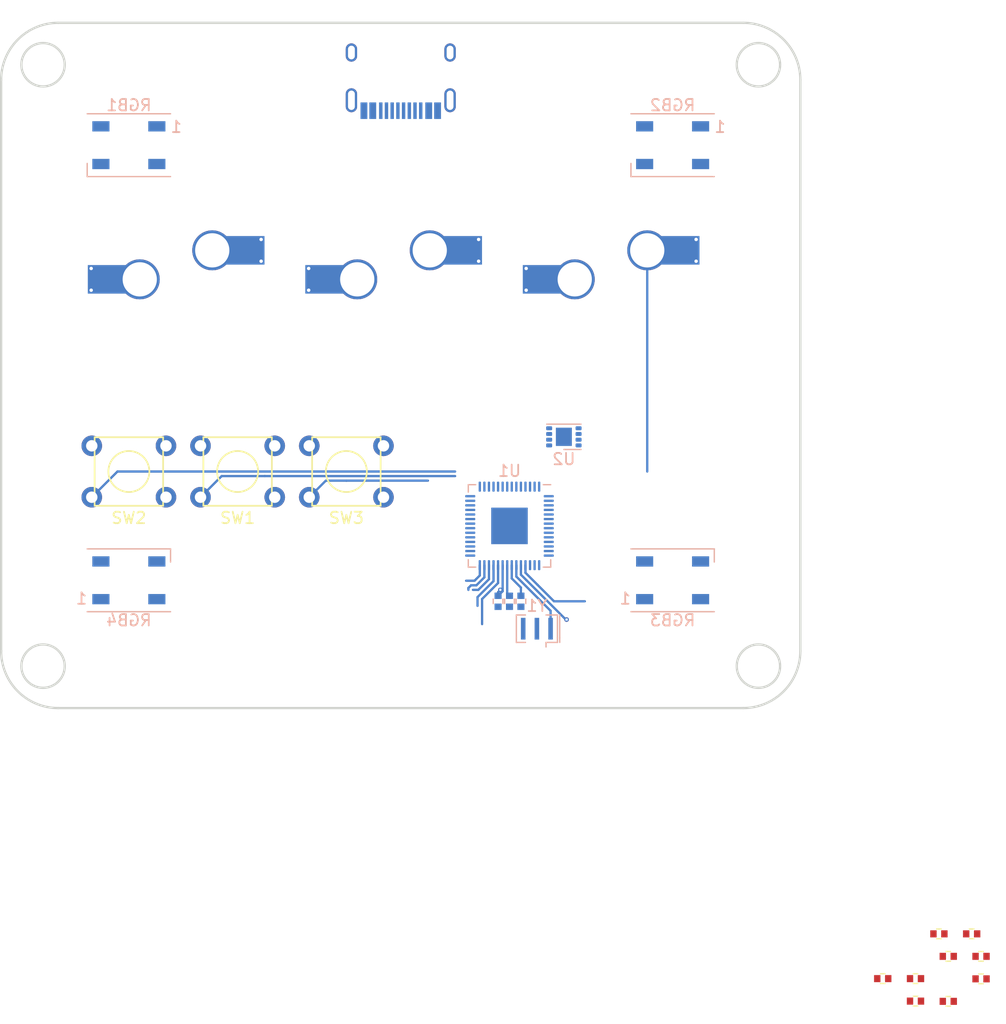
<source format=kicad_pcb>
(kicad_pcb (version 20211014) (generator pcbnew)
  (layers (0 "F.Cu" signal) (31 "B.Cu" signal) (34 "B.Paste" user) (35 "F.Paste" user) (36 "B.SilkS" user "B.Silkscreen") (37 "F.SilkS" user "F.Silkscreen") (38 "B.Mask" user) (39 "F.Mask" user) (44 "Edge.Cuts" user))
  (net 0 "")
  (net 6 "unconnected-(MX3-Pad2)")
  (net 21 "Net-(RGB1-Pad2)")
  (net 25 "Net-(RGB2-Pad2)")
  (net 28 "Net-(RGB3-Pad2)")
  (net 34 "unconnected-(SW1-Pad2)")
  (net 38 "unconnected-(SW2-Pad2)")
  (net 42 "unconnected-(SW3-Pad2)")
  (net 45 "+3V3")
  (net 61 "unconnected-(U1-Pad18)")
  (net 62 "GND")
  (net 63 "Net-(U1-Pad20)")
  (net 64 "Net-(U1-Pad21)")
  (net 65 "+1V1")
  (net 66 "unconnected-(U1-Pad24)")
  (net 67 "unconnected-(U1-Pad25)")
  (net 68 "unconnected-(U1-Pad26)")
  (net 69 "unconnected-(U1-Pad27)")
  (net 70 "unconnected-(U1-Pad28)")
  (net 83 "D-")
  (net 84 "D+")
  (net 99 "Net-(R1-Pad1)")
  (footprint "sanproject-keyboard-part-v6:C_0402" (layer "F.Cu") (at 174.57625 128.45875)
    (fp_text reference "C2")
    (fp_text value "1uF")
    (fp_line (start -0.2 0.425) (end 0.2 0.425) (layer "F.SilkS") (width 0.12))
    (fp_line (start -0.2 -0.425) (end 0.2 -0.425) (layer "F.SilkS") (width 0.12))
    (pad "1" smd rect locked (at -0.48 0) (size 0.56 0.62) (layers "F.Cu" "F.Paste" "F.Mask") (net 65 "+1V1"))
    (pad "2" smd rect locked (at 0.48 0) (size 0.56 0.62) (layers "F.Cu" "F.Paste" "F.Mask") (net 62 "GND"))
  )
  (footprint "sanproject-keyboard-part-v6:C_0402" (layer "F.Cu") (at 170.88625 124.51875)
    (fp_text reference "C8")
    (fp_text value "0.1uF")
    (fp_line (start -0.2 -0.425) (end 0.2 -0.425) (layer "F.SilkS") (width 0.12))
    (fp_line (start -0.2 0.425) (end 0.2 0.425) (layer "F.SilkS") (width 0.12))
    (pad "1" smd rect locked (at -0.48 0) (size 0.56 0.62) (layers "F.Cu" "F.Paste" "F.Mask") (net 45 "+3V3"))
    (pad "2" smd rect locked (at 0.48 0) (size 0.56 0.62) (layers "F.Cu" "F.Paste" "F.Mask") (net 62 "GND"))
  )
  (footprint "sanproject-keyboard-part-v6:C_0402" (layer "F.Cu") (at 171.70625 130.42875)
    (fp_text reference "C5")
    (fp_text value "0.1uF")
    (fp_line (start -0.2 -0.425) (end 0.2 -0.425) (layer "F.SilkS") (width 0.12))
    (fp_line (start -0.2 0.425) (end 0.2 0.425) (layer "F.SilkS") (width 0.12))
    (pad "1" smd rect locked (at -0.48 0) (size 0.56 0.62) (layers "F.Cu" "F.Paste" "F.Mask") (net 45 "+3V3"))
    (pad "2" smd rect locked (at 0.48 0) (size 0.56 0.62) (layers "F.Cu" "F.Paste" "F.Mask") (net 62 "GND"))
  )
  (footprint "sanproject-keyboard-part-v6:C_0402" (layer "F.Cu") (at 165.96625 128.43875)
    (fp_text reference "C3")
    (fp_text value "0.1uF")
    (fp_line (start -0.2 -0.425) (end 0.2 -0.425) (layer "F.SilkS") (width 0.12))
    (fp_line (start -0.2 0.425) (end 0.2 0.425) (layer "F.SilkS") (width 0.12))
    (pad "1" smd rect locked (at -0.48 0) (size 0.56 0.62) (layers "F.Cu" "F.Paste" "F.Mask") (net 45 "+3V3"))
    (pad "2" smd rect locked (at 0.48 0) (size 0.56 0.62) (layers "F.Cu" "F.Paste" "F.Mask") (net 62 "GND"))
  )
  (footprint "sanproject-keyboard-part-v6:C_0402" (layer "F.Cu") (at 174.57625 126.48875)
    (fp_text reference "C9")
    (fp_text value "0.1uF")
    (fp_line (start -0.2 0.425) (end 0.2 0.425) (layer "F.SilkS") (width 0.12))
    (fp_line (start -0.2 -0.425) (end 0.2 -0.425) (layer "F.SilkS") (width 0.12))
    (pad "1" smd rect locked (at -0.48 0) (size 0.56 0.62) (layers "F.Cu" "F.Paste" "F.Mask") (net 45 "+3V3"))
    (pad "2" smd rect locked (at 0.48 0) (size 0.56 0.62) (layers "F.Cu" "F.Paste" "F.Mask") (net 62 "GND"))
  )
  (footprint "sanproject-keyboard-part-v6:C_0402" (layer "F.Cu") (at 168.83625 128.43875)
    (fp_text reference "C10")
    (fp_text value "0.1uF")
    (fp_line (start -0.2 0.425) (end 0.2 0.425) (layer "F.SilkS") (width 0.12))
    (fp_line (start -0.2 -0.425) (end 0.2 -0.425) (layer "F.SilkS") (width 0.12))
    (pad "1" smd rect locked (at -0.48 0) (size 0.56 0.62) (layers "F.Cu" "F.Paste" "F.Mask") (net 45 "+3V3"))
    (pad "2" smd rect locked (at 0.48 0) (size 0.56 0.62) (layers "F.Cu" "F.Paste" "F.Mask") (net 62 "GND"))
  )
  (footprint "MX_Only_v4:MXOnly-1U-Hotswap-Sawns" (layer "F.Cu") (at 142.8 69.75)
    (fp_text reference "MX3")
    (fp_text value "1U")
    (pad "" np_thru_hole circle locked (at 5.08 0 48.0996) (size 1.75 1.75) (drill 1.75) (layers *.Cu *.Mask))
    (pad "" np_thru_hole circle locked (at -5.08 0 48.0996) (size 1.75 1.75) (drill 1.75) (layers *.Cu *.Mask))
    (pad "" np_thru_hole circle locked (at 0 0) (size 3.9878 3.9878) (drill 3.9878) (layers *.Cu *.Mask))
    (pad "1" thru_hole circle locked (at -8.0645 -1.5875) (size 0.5 0.5) (drill 0.3) (layers *.Cu *.Mask))
    (pad "1" thru_hole circle locked (at -3.81 -2.54) (size 3.5 3.5) (drill 3) (layers *.Cu *.Mask))
    (pad "1" smd rect locked (at -6.45 -2.54) (size 3.82 2.5) (layers "B.Cu"))
    (pad "1" thru_hole circle locked (at -8.0645 -3.4925) (size 0.5 0.5) (drill 0.3) (layers *.Cu *.Mask))
    (pad "2" smd rect locked (at 5.207 -5.08) (size 3.82 2.5) (layers "B.Cu") (net 6 "unconnected-(MX3-Pad2)"))
    (pad "2" thru_hole circle locked (at 6.8215 -6.0325) (size 0.5 0.5) (drill 0.3) (layers *.Cu *.Mask) (net 6 "unconnected-(MX3-Pad2)"))
    (pad "2" thru_hole circle locked (at 6.8215 -4.1275) (size 0.5 0.5) (drill 0.3) (layers *.Cu *.Mask) (net 6 "unconnected-(MX3-Pad2)"))
    (pad "2" thru_hole circle locked (at 2.54 -5.08) (size 3.5 3.5) (drill 3) (layers *.Cu *.Mask) (net 6 "unconnected-(MX3-Pad2)"))
  )
  (footprint "sanproject-keyboard-part-v6:C_0402" (layer "F.Cu") (at 168.83625 130.40875)
    (fp_text reference "C7")
    (fp_text value "0.1uF")
    (fp_line (start -0.2 -0.425) (end 0.2 -0.425) (layer "F.SilkS") (width 0.12))
    (fp_line (start -0.2 0.425) (end 0.2 0.425) (layer "F.SilkS") (width 0.12))
    (pad "1" smd rect locked (at -0.48 0) (size 0.56 0.62) (layers "F.Cu" "F.Paste" "F.Mask") (net 45 "+3V3"))
    (pad "2" smd rect locked (at 0.48 0) (size 0.56 0.62) (layers "F.Cu" "F.Paste" "F.Mask") (net 62 "GND"))
  )
  (footprint "sanproject-keyboard-part-v6:PushButton_6x6mm_TH" (layer "F.Cu") (at 118.9875 84.0375)
    (fp_text reference "SW3" (at 0 4.064) (layer "F.SilkS"))
    (fp_text value "SW_MEC_5E")
    (fp_line (start -3 -3) (end 3 -3) (layer "F.SilkS") (width 0.15))
    (fp_line (start -3 3) (end -3 -3) (layer "F.SilkS") (width 0.15))
    (fp_line (start 3 3) (end -3 3) (layer "F.SilkS") (width 0.15))
    (fp_line (start 3 -3) (end 3 3) (layer "F.SilkS") (width 0.15))
    (fp_circle (center 0 0) (end 1.27 -1.27) (layer "F.SilkS") (width 0.15) (fill none))
    (pad "1" thru_hole circle locked (at 3.25 -2.25) (size 1.8 1.8) (drill 1) (layers *.Cu *.Mask))
    (pad "2" thru_hole circle locked (at -3.25 2.25) (size 1.8 1.8) (drill 1) (layers *.Cu *.Mask) (net 42 "unconnected-(SW3-Pad2)"))
    (pad "3" thru_hole circle locked (at 3.25 2.25) (size 1.8 1.8) (drill 1) (layers *.Cu *.Mask))
    (pad "4" thru_hole circle locked (at -3.25 -2.25) (size 1.8 1.8) (drill 1) (layers *.Cu *.Mask))
  )
  (footprint "sanproject-keyboard-part-v6:PushButton_6x6mm_TH" (layer "F.Cu") (at 99.9375 84.0375)
    (fp_text reference "SW2" (at 0 4.064) (layer "F.SilkS"))
    (fp_text value "SW_MEC_5E")
    (fp_line (start 3 3) (end -3 3) (layer "F.SilkS") (width 0.15))
    (fp_line (start 3 -3) (end 3 3) (layer "F.SilkS") (width 0.15))
    (fp_line (start -3 -3) (end 3 -3) (layer "F.SilkS") (width 0.15))
    (fp_line (start -3 3) (end -3 -3) (layer "F.SilkS") (width 0.15))
    (fp_circle (center 0 0) (end 1.27 -1.27) (layer "F.SilkS") (width 0.15) (fill none))
    (pad "1" thru_hole circle locked (at 3.25 -2.25) (size 1.8 1.8) (drill 1) (layers *.Cu *.Mask))
    (pad "2" thru_hole circle locked (at -3.25 2.25) (size 1.8 1.8) (drill 1) (layers *.Cu *.Mask) (net 38 "unconnected-(SW2-Pad2)"))
    (pad "3" thru_hole circle locked (at 3.25 2.25) (size 1.8 1.8) (drill 1) (layers *.Cu *.Mask))
    (pad "4" thru_hole circle locked (at -3.25 -2.25) (size 1.8 1.8) (drill 1) (layers *.Cu *.Mask))
  )
  (footprint "sanproject-keyboard-part-v6:PushButton_6x6mm_TH" (layer "F.Cu") (at 109.4625 84.0375)
    (fp_text reference "SW1" (at 0 4.064) (layer "F.SilkS"))
    (fp_text value "SW_MEC_5E")
    (fp_line (start 3 3) (end -3 3) (layer "F.SilkS") (width 0.15))
    (fp_line (start 3 -3) (end 3 3) (layer "F.SilkS") (width 0.15))
    (fp_line (start -3 3) (end -3 -3) (layer "F.SilkS") (width 0.15))
    (fp_line (start -3 -3) (end 3 -3) (layer "F.SilkS") (width 0.15))
    (fp_circle (center 0 0) (end 1.27 -1.27) (layer "F.SilkS") (width 0.15) (fill none))
    (pad "1" thru_hole circle locked (at 3.25 -2.25) (size 1.8 1.8) (drill 1) (layers *.Cu *.Mask))
    (pad "2" thru_hole circle locked (at -3.25 2.25) (size 1.8 1.8) (drill 1) (layers *.Cu *.Mask) (net 34 "unconnected-(SW1-Pad2)"))
    (pad "3" thru_hole circle locked (at 3.25 2.25) (size 1.8 1.8) (drill 1) (layers *.Cu *.Mask))
    (pad "4" thru_hole circle locked (at -3.25 -2.25) (size 1.8 1.8) (drill 1) (layers *.Cu *.Mask))
  )
  (footprint "sanproject-keyboard-part-v6:C_0402" (layer "F.Cu") (at 173.75625 124.51875)
    (fp_text reference "C1")
    (fp_text value "1uF")
    (fp_line (start -0.2 0.425) (end 0.2 0.425) (layer "F.SilkS") (width 0.12))
    (fp_line (start -0.2 -0.425) (end 0.2 -0.425) (layer "F.SilkS") (width 0.12))
    (pad "1" smd rect locked (at -0.48 0) (size 0.56 0.62) (layers "F.Cu" "F.Paste" "F.Mask") (net 45 "+3V3"))
    (pad "2" smd rect locked (at 0.48 0) (size 0.56 0.62) (layers "F.Cu" "F.Paste" "F.Mask") (net 62 "GND"))
  )
  (footprint "sanproject-keyboard-part-v6:C_0402" (layer "F.Cu") (at 171.70625 126.48875)
    (fp_text reference "C6")
    (fp_text value "0.1uF")
    (fp_line (start -0.2 -0.425) (end 0.2 -0.425) (layer "F.SilkS") (width 0.12))
    (fp_line (start -0.2 0.425) (end 0.2 0.425) (layer "F.SilkS") (width 0.12))
    (pad "1" smd rect locked (at -0.48 0) (size 0.56 0.62) (layers "F.Cu" "F.Paste" "F.Mask") (net 65 "+1V1"))
    (pad "2" smd rect locked (at 0.48 0) (size 0.56 0.62) (layers "F.Cu" "F.Paste" "F.Mask") (net 62 "GND"))
  )
  (footprint "MX_Only_v4:MXOnly-1U-Hotswap-Sawns" (layer "F.Cu") (at 123.75 69.75)
    (fp_text reference "MX2")
    (fp_text value "1U")
    (pad "" np_thru_hole circle locked (at -5.08 0 48.0996) (size 1.75 1.75) (drill 1.75) (layers *.Cu *.Mask))
    (pad "" np_thru_hole circle locked (at 0 0) (size 3.9878 3.9878) (drill 3.9878) (layers *.Cu *.Mask))
    (pad "" np_thru_hole circle locked (at 5.08 0 48.0996) (size 1.75 1.75) (drill 1.75) (layers *.Cu *.Mask))
    (pad "1" thru_hole circle locked (at -3.81 -2.54) (size 3.5 3.5) (drill 3) (layers *.Cu *.Mask))
    (pad "1" thru_hole circle locked (at -8.0645 -3.4925) (size 0.5 0.5) (drill 0.3) (layers *.Cu *.Mask))
    (pad "1" thru_hole circle locked (at -8.0645 -1.5875) (size 0.5 0.5) (drill 0.3) (layers *.Cu *.Mask))
    (pad "1" smd rect locked (at -6.45 -2.54) (size 3.82 2.5) (layers "B.Cu"))
    (pad "2" smd rect locked (at 5.207 -5.08) (size 3.82 2.5) (layers "B.Cu"))
    (pad "2" thru_hole circle locked (at 6.8215 -4.1275) (size 0.5 0.5) (drill 0.3) (layers *.Cu *.Mask))
    (pad "2" thru_hole circle locked (at 6.8215 -6.0325) (size 0.5 0.5) (drill 0.3) (layers *.Cu *.Mask))
    (pad "2" thru_hole circle locked (at 2.54 -5.08) (size 3.5 3.5) (drill 3) (layers *.Cu *.Mask))
  )
  (footprint "MX_Only_v4:MXOnly-1U-Hotswap-Sawns" (layer "F.Cu") (at 104.7 69.75)
    (fp_text reference "MX1")
    (fp_text value "1U")
    (pad "" np_thru_hole circle locked (at -5.08 0 48.0996) (size 1.75 1.75) (drill 1.75) (layers *.Cu *.Mask))
    (pad "" np_thru_hole circle locked (at 5.08 0 48.0996) (size 1.75 1.75) (drill 1.75) (layers *.Cu *.Mask))
    (pad "" np_thru_hole circle locked (at 0 0) (size 3.9878 3.9878) (drill 3.9878) (layers *.Cu *.Mask))
    (pad "1" smd rect locked (at -6.45 -2.54) (size 3.82 2.5) (layers "B.Cu"))
    (pad "1" thru_hole circle locked (at -8.0645 -3.4925) (size 0.5 0.5) (drill 0.3) (layers *.Cu *.Mask))
    (pad "1" thru_hole circle locked (at -3.81 -2.54) (size 3.5 3.5) (drill 3) (layers *.Cu *.Mask))
    (pad "1" thru_hole circle locked (at -8.0645 -1.5875) (size 0.5 0.5) (drill 0.3) (layers *.Cu *.Mask))
    (pad "2" smd rect locked (at 5.207 -5.08) (size 3.82 2.5) (layers "B.Cu"))
    (pad "2" thru_hole circle locked (at 6.8215 -4.1275) (size 0.5 0.5) (drill 0.3) (layers *.Cu *.Mask))
    (pad "2" thru_hole circle locked (at 6.8215 -6.0325) (size 0.5 0.5) (drill 0.3) (layers *.Cu *.Mask))
    (pad "2" thru_hole circle locked (at 2.54 -5.08) (size 3.5 3.5) (drill 3) (layers *.Cu *.Mask))
  )
  (footprint "sanproject-keyboard-part-v6:C_0402" (layer "B.Cu") (at 133.275 95.4 -90)
    (fp_text reference "C11")
    (fp_text value "0.1uF")
    (fp_line (start -0.2 0.425) (end 0.2 0.425) (layer "B.SilkS") (width 0.12))
    (fp_line (start -0.2 -0.425) (end 0.2 -0.425) (layer "B.SilkS") (width 0.12))
    (pad "1" smd rect locked (at -0.48 0 270) (size 0.56 0.62) (layers "B.Cu" "B.Paste" "B.Mask") (net 45 "+3V3"))
    (pad "2" smd rect locked (at 0.48 0 270) (size 0.56 0.62) (layers "B.Cu" "B.Paste" "B.Mask") (net 62 "GND"))
  )
  (footprint "Package_DFN_QFN:QFN-56-1EP_7x7mm_P0.4mm_EP3.2x3.2mm" (layer "B.Cu") (at 133.275 88.8 180)
    (fp_text reference "U1" (at 0 4.82) (layer "B.SilkS") (effects (justify mirror)))
    (fp_text value "RP2040")
    (fp_line (start -2.96 -3.61) (end -3.61 -3.61) (layer "B.SilkS") (width 0.12))
    (fp_line (start 2.96 3.61) (end 3.61 3.61) (layer "B.SilkS") (width 0.12))
    (fp_line (start 3.61 -3.61) (end 3.61 -2.96) (layer "B.SilkS") (width 0.12))
    (fp_line (start -3.61 -3.61) (end -3.61 -2.96) (layer "B.SilkS") (width 0.12))
    (fp_line (start 2.96 -3.61) (end 3.61 -3.61) (layer "B.SilkS") (width 0.12))
    (fp_line (start -2.96 3.61) (end -3.61 3.61) (layer "B.SilkS") (width 0.12))
    (fp_line (start 3.61 3.61) (end 3.61 2.96) (layer "B.SilkS") (width 0.12))
    (pad "1" smd roundrect locked (at -3.4375 2.6 180) (size 0.875 0.2) (layers "B.Cu" "B.Paste" "B.Mask") (net 45 "+3V3"))
    (pad "2" smd roundrect locked (at -3.4375 2.2 180) (size 0.875 0.2) (layers "B.Cu" "B.Paste" "B.Mask"))
    (pad "3" smd roundrect locked (at -3.4375 1.8 180) (size 0.875 0.2) (layers "B.Cu" "B.Paste" "B.Mask"))
    (pad "4" smd roundrect locked (at -3.4375 1.4 180) (size 0.875 0.2) (layers "B.Cu" "B.Paste" "B.Mask"))
    (pad "5" smd roundrect locked (at -3.4375 1 180) (size 0.875 0.2) (layers "B.Cu" "B.Paste" "B.Mask"))
    (pad "6" smd roundrect locked (at -3.4375 0.6 180) (size 0.875 0.2) (layers "B.Cu" "B.Paste" "B.Mask"))
    (pad "7" smd roundrect locked (at -3.4375 0.2 180) (size 0.875 0.2) (layers "B.Cu" "B.Paste" "B.Mask"))
    (pad "8" smd roundrect locked (at -3.4375 -0.2 180) (size 0.875 0.2) (layers "B.Cu" "B.Paste" "B.Mask"))
    (pad "9" smd roundrect locked (at -3.4375 -0.6 180) (size 0.875 0.2) (layers "B.Cu" "B.Paste" "B.Mask"))
    (pad "10" smd roundrect locked (at -3.4375 -1 180) (size 0.875 0.2) (layers "B.Cu" "B.Paste" "B.Mask") (net 45 "+3V3"))
    (pad "11" smd roundrect locked (at -3.4375 -1.4 180) (size 0.875 0.2) (layers "B.Cu" "B.Paste" "B.Mask"))
    (pad "12" smd roundrect locked (at -3.4375 -1.8 180) (size 0.875 0.2) (layers "B.Cu" "B.Paste" "B.Mask"))
    (pad "13" smd roundrect locked (at -3.4375 -2.2 180) (size 0.875 0.2) (layers "B.Cu" "B.Paste" "B.Mask"))
    (pad "14" smd roundrect locked (at -3.4375 -2.6 180) (size 0.875 0.2) (layers "B.Cu" "B.Paste" "B.Mask"))
    (pad "15" smd roundrect locked (at -2.6 -3.4375 180) (size 0.2 0.875) (layers "B.Cu" "B.Paste" "B.Mask"))
    (pad "16" smd roundrect locked (at -2.2 -3.4375 180) (size 0.2 0.875) (layers "B.Cu" "B.Paste" "B.Mask"))
    (pad "17" smd roundrect locked (at -1.8 -3.4375 180) (size 0.2 0.875) (layers "B.Cu" "B.Paste" "B.Mask"))
    (pad "18" smd roundrect locked (at -1.4 -3.4375 180) (size 0.2 0.875) (layers "B.Cu" "B.Paste" "B.Mask") (net 61 "unconnected-(U1-Pad18)"))
    (pad "19" smd roundrect locked (at -1 -3.4375 180) (size 0.2 0.875) (layers "B.Cu" "B.Paste" "B.Mask") (net 62 "GND"))
    (pad "20" smd roundrect locked (at -0.6 -3.4375 180) (size 0.2 0.875) (layers "B.Cu" "B.Paste" "B.Mask") (net 63 "Net-(U1-Pad20)"))
    (pad "21" smd roundrect locked (at -0.2 -3.4375 180) (size 0.2 0.875) (layers "B.Cu" "B.Paste" "B.Mask") (net 64 "Net-(U1-Pad21)"))
    (pad "22" smd roundrect locked (at 0.2 -3.4375 180) (size 0.2 0.875) (layers "B.Cu" "B.Paste" "B.Mask") (net 45 "+3V3"))
    (pad "23" smd roundrect locked (at 0.6 -3.4375 180) (size 0.2 0.875) (layers "B.Cu" "B.Paste" "B.Mask") (net 65 "+1V1"))
    (pad "24" smd roundrect locked (at 1 -3.4375 180) (size 0.2 0.875) (layers "B.Cu" "B.Paste" "B.Mask") (net 66 "unconnected-(U1-Pad24)"))
    (pad "25" smd roundrect locked (at 1.4 -3.4375 180) (size 0.2 0.875) (layers "B.Cu" "B.Paste" "B.Mask") (net 67 "unconnected-(U1-Pad25)"))
    (pad "26" smd roundrect locked (at 1.8 -3.4375 180) (size 0.2 0.875) (layers "B.Cu" "B.Paste" "B.Mask") (net 68 "unconnected-(U1-Pad26)"))
    (pad "27" smd roundrect locked (at 2.2 -3.4375 180) (size 0.2 0.875) (layers "B.Cu" "B.Paste" "B.Mask") (net 69 "unconnected-(U1-Pad27)"))
    (pad "28" smd roundrect locked (at 2.6 -3.4375 180) (size 0.2 0.875) (layers "B.Cu" "B.Paste" "B.Mask") (net 70 "unconnected-(U1-Pad28)"))
    (pad "29" smd roundrect locked (at 3.4375 -2.6 180) (size 0.875 0.2) (layers "B.Cu" "B.Paste" "B.Mask"))
    (pad "30" smd roundrect locked (at 3.4375 -2.2 180) (size 0.875 0.2) (layers "B.Cu" "B.Paste" "B.Mask"))
    (pad "31" smd roundrect locked (at 3.4375 -1.8 180) (size 0.875 0.2) (layers "B.Cu" "B.Paste" "B.Mask"))
    (pad "32" smd roundrect locked (at 3.4375 -1.4 180) (size 0.875 0.2) (layers "B.Cu" "B.Paste" "B.Mask"))
    (pad "33" smd roundrect locked (at 3.4375 -1 180) (size 0.875 0.2) (layers "B.Cu" "B.Paste" "B.Mask") (net 45 "+3V3"))
    (pad "34" smd roundrect locked (at 3.4375 -0.6 180) (size 0.875 0.2) (layers "B.Cu" "B.Paste" "B.Mask"))
    (pad "35" smd roundrect locked (at 3.4375 -0.2 180) (size 0.875 0.2) (layers "B.Cu" "B.Paste" "B.Mask"))
    (pad "36" smd roundrect locked (at 3.4375 0.2 180) (size 0.875 0.2) (layers "B.Cu" "B.Paste" "B.Mask"))
    (pad "37" smd roundrect locked (at 3.4375 0.6 180) (size 0.875 0.2) (layers "B.Cu" "B.Paste" "B.Mask"))
    (pad "38" smd roundrect locked (at 3.4375 1 180) (size 0.875 0.2) (layers "B.Cu" "B.Paste" "B.Mask"))
    (pad "39" smd roundrect locked (at 3.4375 1.4 180) (size 0.875 0.2) (layers "B.Cu" "B.Paste" "B.Mask"))
    (pad "40" smd roundrect locked (at 3.4375 1.8 180) (size 0.875 0.2) (layers "B.Cu" "B.Paste" "B.Mask"))
    (pad "41" smd roundrect locked (at 3.4375 2.2 180) (size 0.875 0.2) (layers "B.Cu" "B.Paste" "B.Mask"))
    (pad "42" smd roundrect locked (at 3.4375 2.6 180) (size 0.875 0.2) (layers "B.Cu" "B.Paste" "B.Mask") (net 45 "+3V3"))
    (pad "43" smd roundrect locked (at 2.6 3.4375 180) (size 0.2 0.875) (layers "B.Cu" "B.Paste" "B.Mask") (net 45 "+3V3"))
    (pad "44" smd roundrect locked (at 2.2 3.4375 180) (size 0.2 0.875) (layers "B.Cu" "B.Paste" "B.Mask") (net 45 "+3V3"))
    (pad "45" smd roundrect locked (at 1.8 3.4375 180) (size 0.2 0.875) (layers "B.Cu" "B.Paste" "B.Mask") (net 65 "+1V1"))
    (pad "46" smd roundrect locked (at 1.4 3.4375 180) (size 0.2 0.875) (layers "B.Cu" "B.Paste" "B.Mask") (net 83 "D-"))
    (pad "47" smd roundrect locked (at 1 3.4375 180) (size 0.2 0.875) (layers "B.Cu" "B.Paste" "B.Mask") (net 84 "D+"))
    (pad "48" smd roundrect locked (at 0.6 3.4375 180) (size 0.2 0.875) (layers "B.Cu" "B.Paste" "B.Mask") (net 45 "+3V3"))
    (pad "49" smd roundrect locked (at 0.2 3.4375 180) (size 0.2 0.875) (layers "B.Cu" "B.Paste" "B.Mask") (net 45 "+3V3"))
    (pad "50" smd roundrect locked (at -0.2 3.4375 180) (size 0.2 0.875) (layers "B.Cu" "B.Paste" "B.Mask") (net 65 "+1V1"))
    (pad "51" smd roundrect locked (at -0.6 3.4375 180) (size 0.2 0.875) (layers "B.Cu" "B.Paste" "B.Mask"))
    (pad "52" smd roundrect locked (at -1 3.4375 180) (size 0.2 0.875) (layers "B.Cu" "B.Paste" "B.Mask"))
    (pad "53" smd roundrect locked (at -1.4 3.4375 180) (size 0.2 0.875) (layers "B.Cu" "B.Paste" "B.Mask"))
    (pad "54" smd roundrect locked (at -1.8 3.4375 180) (size 0.2 0.875) (layers "B.Cu" "B.Paste" "B.Mask"))
    (pad "55" smd roundrect locked (at -2.2 3.4375 180) (size 0.2 0.875) (layers "B.Cu" "B.Paste" "B.Mask"))
    (pad "56" smd roundrect locked (at -2.6 3.4375 180) (size 0.2 0.875) (layers "B.Cu" "B.Paste" "B.Mask"))
    (pad "57" smd rect locked (at 0 0 180) (size 3.2 3.2) (layers "B.Cu" "B.Mask") (net 62 "GND"))
  )
  (footprint "sanproject-keyboard-part-v6:R_0402" (layer "B.Cu") (at 134.275 95.4 90)
    (fp_text reference "R1")
    (fp_text value "1k")
    (fp_line (start -0.2 -0.425) (end 0.2 -0.425) (layer "B.SilkS") (width 0.12))
    (fp_line (start -0.2 0.425) (end 0.2 0.425) (layer "B.SilkS") (width 0.12))
    (pad "1" smd rect locked (at -0.48 0 90) (size 0.56 0.62) (layers "B.Cu" "B.Paste" "B.Mask") (net 99 "Net-(R1-Pad1)"))
    (pad "2" smd rect locked (at 0.48 0 90) (size 0.56 0.62) (layers "B.Cu" "B.Paste" "B.Mask") (net 64 "Net-(U1-Pad21)"))
  )
  (footprint "Crystal:Resonator_SMD_Murata_CSTxExxV-3Pin_3.0x1.1mm" (layer "B.Cu") (at 135.675 97.8 180)
    (fp_text reference "Y1" (at 0 2) (layer "B.SilkS") (effects (justify mirror)))
    (fp_text value "12MHz")
    (fp_line (start 1.8 -0.8) (end 1.8 -1.2) (layer "B.SilkS") (width 0.12))
    (fp_line (start 1 1.2) (end 1.8 1.2) (layer "B.SilkS") (width 0.12))
    (fp_line (start -2 -0.8) (end -2 -1.2) (layer "B.SilkS") (width 0.12))
    (fp_line (start -0.8 -1.2) (end -1.8 -1.2) (layer "B.SilkS") (width 0.12))
    (fp_line (start 1.8 1.2) (end 1.8 -0.8) (layer "B.SilkS") (width 0.12))
    (fp_line (start -1.8 -0.8) (end -1.8 -1.2) (layer "B.SilkS") (width 0.12))
    (fp_line (start -1.8 1.2) (end -0.8 1.2) (layer "B.SilkS") (width 0.12))
    (fp_line (start -0.8 -1.2) (end -0.8 -1.6) (layer "B.SilkS") (width 0.12))
    (fp_line (start -2 1.2) (end -2 -0.8) (layer "B.SilkS") (width 0.12))
    (fp_line (start 1.8 -1.2) (end 1 -1.2) (layer "B.SilkS") (width 0.12))
    (fp_line (start -1.8 -0.8) (end -1.8 1.2) (layer "B.SilkS") (width 0.12))
    (pad "1" smd rect (at -1.2 0 180) (size 0.4 1.9) (layers "B.Cu" "B.Paste" "B.Mask") (net 63 "Net-(U1-Pad20)"))
    (pad "2" smd rect (at 0 0 180) (size 0.4 1.9) (layers "B.Cu" "B.Paste" "B.Mask") (net 62 "GND"))
    (pad "3" smd rect (at 1.2 0 180) (size 0.4 1.9) (layers "B.Cu" "B.Paste" "B.Mask") (net 99 "Net-(R1-Pad1)"))
  )
  (footprint "LED_SMD:LED_WS2812B_PLCC4_5.0x5.0mm_P3.2mm" (layer "B.Cu") (at 99.9375 55.4625 180)
    (fp_text reference "RGB1" (at 0 3.5) (layer "B.SilkS") (effects (justify mirror)))
    (fp_text value "WS2812B")
    (fp_text user "1" (at -4.15 1.6) (layer "B.SilkS") (effects (justify mirror)))
    (fp_line (start 3.65 -2.75) (end 3.65 -1.6) (layer "B.SilkS") (width 0.12))
    (fp_line (start -3.65 -2.75) (end 3.65 -2.75) (layer "B.SilkS") (width 0.12))
    (fp_line (start -3.65 2.75) (end 3.65 2.75) (layer "B.SilkS") (width 0.12))
    (pad "1" smd rect (at -2.45 1.65 180) (size 1.5 0.9) (layers "B.Cu" "B.Paste" "B.Mask"))
    (pad "2" smd rect (at -2.45 -1.65 180) (size 1.5 0.9) (layers "B.Cu" "B.Paste" "B.Mask") (net 21 "Net-(RGB1-Pad2)"))
    (pad "3" smd rect (at 2.45 -1.65 180) (size 1.5 0.9) (layers "B.Cu" "B.Paste" "B.Mask"))
    (pad "4" smd rect (at 2.45 1.65 180) (size 1.5 0.9) (layers "B.Cu" "B.Paste" "B.Mask"))
  )
  (footprint "LED_SMD:LED_WS2812B_PLCC4_5.0x5.0mm_P3.2mm" (layer "B.Cu") (at 147.5625 55.4625 180)
    (fp_text reference "RGB2" (at 0 3.5) (layer "B.SilkS") (effects (justify mirror)))
    (fp_text value "WS2812B")
    (fp_text user "1" (at -4.15 1.6) (layer "B.SilkS") (effects (justify mirror)))
    (fp_line (start -3.65 2.75) (end 3.65 2.75) (layer "B.SilkS") (width 0.12))
    (fp_line (start -3.65 -2.75) (end 3.65 -2.75) (layer "B.SilkS") (width 0.12))
    (fp_line (start 3.65 -2.75) (end 3.65 -1.6) (layer "B.SilkS") (width 0.12))
    (pad "1" smd rect (at -2.45 1.65 180) (size 1.5 0.9) (layers "B.Cu" "B.Paste" "B.Mask"))
    (pad "2" smd rect (at -2.45 -1.65 180) (size 1.5 0.9) (layers "B.Cu" "B.Paste" "B.Mask") (net 25 "Net-(RGB2-Pad2)"))
    (pad "3" smd rect (at 2.45 -1.65 180) (size 1.5 0.9) (layers "B.Cu" "B.Paste" "B.Mask"))
    (pad "4" smd rect (at 2.45 1.65 180) (size 1.5 0.9) (layers "B.Cu" "B.Paste" "B.Mask") (net 21 "Net-(RGB1-Pad2)"))
  )
  (footprint "Package_SON:SON-8-1EP_3x2mm_P0.5mm_EP1.4x1.6mm" (layer "B.Cu") (at 138.0375 81)
    (fp_text reference "U2" (at 0 1.95) (layer "B.SilkS") (effects (justify mirror)))
    (fp_text value "W25Q16JVUXIQ")
    (fp_line (start 0 1.11) (end 1.5 1.11) (layer "B.SilkS") (width 0.12))
    (fp_line (start -1.5 -1.11) (end 1.5 -1.11) (layer "B.SilkS") (width 0.12))
    (pad "1" smd roundrect (at -1.2875 0.75) (size 0.525 0.35) (layers "B.Cu" "B.Paste" "B.Mask"))
    (pad "2" smd roundrect (at -1.2875 0.25) (size 0.525 0.35) (layers "B.Cu" "B.Paste" "B.Mask"))
    (pad "3" smd roundrect (at -1.2875 -0.25) (size 0.525 0.35) (layers "B.Cu" "B.Paste" "B.Mask"))
    (pad "4" smd roundrect (at -1.2875 -0.75) (size 0.525 0.35) (layers "B.Cu" "B.Paste" "B.Mask"))
    (pad "5" smd roundrect (at 1.2875 -0.75) (size 0.525 0.35) (layers "B.Cu" "B.Paste" "B.Mask"))
    (pad "6" smd roundrect (at 1.2875 -0.25) (size 0.525 0.35) (layers "B.Cu" "B.Paste" "B.Mask"))
    (pad "7" smd roundrect (at 1.2875 0.25) (size 0.525 0.35) (layers "B.Cu" "B.Paste" "B.Mask"))
    (pad "8" smd roundrect (at 1.2875 0.75) (size 0.525 0.35) (layers "B.Cu" "B.Paste" "B.Mask"))
    (pad "9" smd rect (at 0 0) (size 1.4 1.6) (layers "B.Cu" "B.Mask"))
  )
  (footprint "LED_SMD:LED_WS2812B_PLCC4_5.0x5.0mm_P3.2mm" (layer "B.Cu") (at 147.5625 93.5625)
    (fp_text reference "RGB3" (at 0 3.5) (layer "B.SilkS") (effects (justify mirror)))
    (fp_text value "WS2812B")
    (fp_text user "1" (at -4.15 1.6) (layer "B.SilkS") (effects (justify mirror)))
    (fp_line (start 3.65 -2.75) (end 3.65 -1.6) (layer "B.SilkS") (width 0.12))
    (fp_line (start -3.65 -2.75) (end 3.65 -2.75) (layer "B.SilkS") (width 0.12))
    (fp_line (start -3.65 2.75) (end 3.65 2.75) (layer "B.SilkS") (width 0.12))
    (pad "1" smd rect (at -2.45 1.65) (size 1.5 0.9) (layers "B.Cu" "B.Paste" "B.Mask"))
    (pad "2" smd rect (at -2.45 -1.65) (size 1.5 0.9) (layers "B.Cu" "B.Paste" "B.Mask") (net 28 "Net-(RGB3-Pad2)"))
    (pad "3" smd rect (at 2.45 -1.65) (size 1.5 0.9) (layers "B.Cu" "B.Paste" "B.Mask"))
    (pad "4" smd rect (at 2.45 1.65) (size 1.5 0.9) (layers "B.Cu" "B.Paste" "B.Mask") (net 25 "Net-(RGB2-Pad2)"))
  )
  (footprint "sanproject-keyboard-part-v6:HRO-TYPE-C-31-M-12-Assembly" (layer "B.Cu") (at 123.75 44.7495)
    (fp_text reference "USB1")
    (fp_text value "HRO-TYPE-C-31-M-12-Type-C")
    (pad "" np_thru_hole circle locked (at 2.89 6.25) (size 0.65 0.65) (drill 0.65) (layers *.Cu *.Mask))
    (pad "" np_thru_hole circle locked (at -2.89 6.25) (size 0.65 0.65) (drill 0.65) (layers *.Cu *.Mask))
    (pad "1" smd rect locked (at -3.225 7.695) (size 0.6 1.45) (layers "B.Cu" "B.Paste" "B.Mask"))
    (pad "2" smd rect locked (at -2.45 7.695) (size 0.6 1.45) (layers "B.Cu" "B.Paste" "B.Mask"))
    (pad "3" smd rect locked (at -1.75 7.695) (size 0.3 1.45) (layers "B.Cu" "B.Paste" "B.Mask"))
    (pad "4" smd rect locked (at -1.25 7.695) (size 0.3 1.45) (layers "B.Cu" "B.Paste" "B.Mask"))
    (pad "5" smd rect locked (at -0.75 7.695) (size 0.3 1.45) (layers "B.Cu" "B.Paste" "B.Mask"))
    (pad "6" smd rect locked (at -0.25 7.695) (size 0.3 1.45) (layers "B.Cu" "B.Paste" "B.Mask"))
    (pad "7" smd rect locked (at 0.25 7.695) (size 0.3 1.45) (layers "B.Cu" "B.Paste" "B.Mask"))
    (pad "8" smd rect locked (at 0.75 7.695) (size 0.3 1.45) (layers "B.Cu" "B.Paste" "B.Mask"))
    (pad "9" smd rect locked (at 1.25 7.695) (size 0.3 1.45) (layers "B.Cu" "B.Paste" "B.Mask"))
    (pad "10" smd rect locked (at 1.75 7.695) (size 0.3 1.45) (layers "B.Cu" "B.Paste" "B.Mask"))
    (pad "11" smd rect locked (at 2.45 7.695) (size 0.6 1.45) (layers "B.Cu" "B.Paste" "B.Mask"))
    (pad "12" smd rect locked (at 3.225 7.695) (size 0.6 1.45) (layers "B.Cu" "B.Paste" "B.Mask"))
    (pad "13" thru_hole oval locked (at 4.32 2.6) (size 1 1.6) (drill oval 0.6 1.2) (layers *.Cu *.Mask "B.Paste"))
    (pad "13" thru_hole oval locked (at -4.32 6.78) (size 1 2.1) (drill oval 0.6 1.7) (layers *.Cu *.Mask "B.Paste"))
    (pad "13" thru_hole oval locked (at -4.32 2.6) (size 1 1.6) (drill oval 0.6 1.2) (layers *.Cu *.Mask "B.Paste"))
    (pad "13" thru_hole oval locked (at 4.32 6.78) (size 1 2.1) (drill oval 0.6 1.7) (layers *.Cu *.Mask "B.Paste"))
  )
  (footprint "sanproject-keyboard-part-v6:C_0402" (layer "B.Cu") (at 132.275 95.4 -90)
    (fp_text reference "C4")
    (fp_text value "0.1uF")
    (fp_line (start -0.2 -0.425) (end 0.2 -0.425) (layer "B.SilkS") (width 0.12))
    (fp_line (start -0.2 0.425) (end 0.2 0.425) (layer "B.SilkS") (width 0.12))
    (pad "1" smd rect locked (at -0.48 0 270) (size 0.56 0.62) (layers "B.Cu" "B.Paste" "B.Mask") (net 65 "+1V1"))
    (pad "2" smd rect locked (at 0.48 0 270) (size 0.56 0.62) (layers "B.Cu" "B.Paste" "B.Mask") (net 62 "GND"))
  )
  (footprint "LED_SMD:LED_WS2812B_PLCC4_5.0x5.0mm_P3.2mm" (layer "B.Cu") (at 99.9375 93.5625)
    (fp_text reference "RGB4" (at 0 3.5) (layer "B.SilkS") (effects (justify mirror)))
    (fp_text value "WS2812B")
    (fp_text user "1" (at -4.15 1.6) (layer "B.SilkS") (effects (justify mirror)))
    (fp_line (start -3.65 2.75) (end 3.65 2.75) (layer "B.SilkS") (width 0.12))
    (fp_line (start 3.65 -2.75) (end 3.65 -1.6) (layer "B.SilkS") (width 0.12))
    (fp_line (start -3.65 -2.75) (end 3.65 -2.75) (layer "B.SilkS") (width 0.12))
    (pad "1" smd rect (at -2.45 1.65) (size 1.5 0.9) (layers "B.Cu" "B.Paste" "B.Mask"))
    (pad "2" smd rect (at -2.45 -1.65) (size 1.5 0.9) (layers "B.Cu" "B.Paste" "B.Mask"))
    (pad "3" smd rect (at 2.45 -1.65) (size 1.5 0.9) (layers "B.Cu" "B.Paste" "B.Mask"))
    (pad "4" smd rect (at 2.45 1.65) (size 1.5 0.9) (layers "B.Cu" "B.Paste" "B.Mask") (net 28 "Net-(RGB3-Pad2)"))
  )
  (gr_line (start 153.75 44.75) (end 93.75 44.75) (layer "Edge.Cuts") (width 0.2))
  (gr_arc (start 88.75 49.75) (mid 90.214466 46.214466) (end 93.75 44.75) (layer "Edge.Cuts") (width 0.2))
  (gr_line (start 88.75 49.75) (end 88.75 99.75) (layer "Edge.Cuts") (width 0.2))
  (gr_circle (center 155.078427 101.078427) (end 153.178427 101.078427) (layer "Edge.Cuts") (width 0.2) (fill none))
  (gr_arc (start 158.75 99.75) (mid 157.285534 103.285534) (end 153.75 104.75) (layer "Edge.Cuts") (width 0.2))
  (gr_arc (start 93.75 104.75) (mid 90.214466 103.285534) (end 88.75 99.75) (layer "Edge.Cuts") (width 0.2))
  (gr_circle (center 155.078427 48.421573) (end 153.178427 48.421573) (layer "Edge.Cuts") (width 0.2) (fill none))
  (gr_circle (center 92.421573 101.078427) (end 90.521573 101.078427) (layer "Edge.Cuts") (width 0.2) (fill none))
  (gr_line (start 93.75 104.75) (end 153.75 104.75) (layer "Edge.Cuts") (width 0.2))
  (gr_line (start 158.75 99.75) (end 158.75 49.75) (layer "Edge.Cuts") (width 0.2))
  (gr_circle (center 92.421573 48.421573) (end 90.521573 48.421573) (layer "Edge.Cuts") (width 0.2) (fill none))
  (gr_arc (start 153.75 44.75) (mid 157.285534 46.214466) (end 158.75 49.75) (layer "Edge.Cuts") (width 0.2))
  (segment (start 145.34 64.67) (end 145.34 84.0375) (width 0.2) (layer "B.Cu") (net 6))
  (segment (start 106.2125 86.2875) (end 108.0625 84.4375) (width 0.2) (layer "B.Cu") (net 34))
  (segment (start 111.84375 84.4375) (end 128.5125 84.4375) (width 0.2) (layer "B.Cu") (net 34))
  (segment (start 108.0625 84.4375) (end 111.84375 84.4375) (width 0.2) (layer "B.Cu") (net 34))
  (segment (start 96.6875 86.2875) (end 98.9375 84.0375) (width 0.2) (layer "B.Cu") (net 38))
  (segment (start 98.9375 84.0375) (end 128.5125 84.0375) (width 0.2) (layer "B.Cu") (net 38))
  (segment (start 115.7375 86.2875) (end 117.1875 84.8375) (width 0.2) (layer "B.Cu") (net 42))
  (segment (start 117.1875 84.8375) (end 118.9875 84.8375) (width 0.2) (layer "B.Cu") (net 42))
  (segment (start 118.9875 84.8375) (end 126.13125 84.8375) (width 0.2) (layer "B.Cu") (net 42))
  (segment (start 133.075 94.72) (end 133.275 94.92) (width 0.2) (layer "B.Cu") (net 45))
  (segment (start 133.075 92.2375) (end 133.075 94.72) (width 0.2) (layer "B.Cu") (net 45))
  (segment (start 134.675 92.902942) (end 135.723529 93.951471) (width 0.2) (layer "B.Cu") (net 61))
  (segment (start 134.675 92.2375) (end 134.675 92.902942) (width 0.2) (layer "B.Cu") (net 61))
  (segment (start 137.172058 95.4) (end 139.875 95.4) (width 0.2) (layer "B.Cu") (net 61))
  (segment (start 135.723529 93.951471) (end 137.172058 95.4) (width 0.2) (layer "B.Cu") (net 61))
  (via (at 138.275 97) (size 0.4) (drill 0.2) (layers "F.Cu" "B.Cu") (net 62))
  (segment (start 134.275 92.2375) (end 134.275 93.068628) (width 0.2) (layer "B.Cu") (net 62))
  (segment (start 138.206372 97) (end 138.275 97) (width 0.2) (layer "B.Cu") (net 62))
  (segment (start 134.740686 93.534314) (end 138.206372 97) (width 0.2) (layer "B.Cu") (net 62))
  (segment (start 134.275 93.068628) (end 134.740686 93.534314) (width 0.2) (layer "B.Cu") (net 62))
  (segment (start 136.875 96.234314) (end 136.875 97.8) (width 0.2) (layer "B.Cu") (net 63))
  (segment (start 133.875 92.2375) (end 133.875 93.234314) (width 0.2) (layer "B.Cu") (net 63))
  (segment (start 133.875 93.234314) (end 136.875 96.234314) (width 0.2) (layer "B.Cu") (net 63))
  (segment (start 133.475 92.2375) (end 133.475 93.4) (width 0.2) (layer "B.Cu") (net 64))
  (segment (start 133.475 93.4) (end 134.275 94.2) (width 0.2) (layer "B.Cu") (net 64))
  (segment (start 134.275 94.2) (end 134.275 94.92) (width 0.2) (layer "B.Cu") (net 64))
  (via (at 132.475 94.4) (size 0.4) (drill 0.2) (layers "F.Cu" "B.Cu") (net 65))
  (segment (start 132.275 94.92) (end 132.275 94.6) (width 0.2) (layer "B.Cu") (net 65))
  (segment (start 132.275 94.6) (end 132.475 94.4) (width 0.2) (layer "B.Cu") (net 65))
  (segment (start 132.675 94.52) (end 132.275 94.92) (width 0.2) (layer "B.Cu") (net 65))
  (segment (start 132.675 92.2375) (end 132.675 94.52) (width 0.2) (layer "B.Cu") (net 65))
  (segment (start 132.275 93.8) (end 130.875 95.2) (width 0.2) (layer "B.Cu") (net 66))
  (segment (start 130.875 95.2) (end 130.875 97.4) (width 0.2) (layer "B.Cu") (net 66))
  (segment (start 132.275 92.2375) (end 132.275 93.8) (width 0.2) (layer "B.Cu") (net 66))
  (segment (start 130.475 95.034315) (end 130.475 95.8) (width 0.2) (layer "B.Cu") (net 67))
  (segment (start 131.875 92.2375) (end 131.875 93.634314) (width 0.2) (layer "B.Cu") (net 67))
  (segment (start 131.875 93.634314) (end 130.475 95.034315) (width 0.2) (layer "B.Cu") (net 67))
  (segment (start 130.543629 94.4) (end 130.075 94.4) (width 0.2) (layer "B.Cu") (net 68))
  (segment (start 131.475 92.2375) (end 131.475 93.468628) (width 0.2) (layer "B.Cu") (net 68))
  (segment (start 131.475 93.468628) (end 130.543629 94.4) (width 0.2) (layer "B.Cu") (net 68))
  (segment (start 129.675 94.234315) (end 129.675 94.4) (width 0.2) (layer "B.Cu") (net 69))
  (segment (start 131.075 92.2375) (end 131.075 93.302943) (width 0.2) (layer "B.Cu") (net 69))
  (segment (start 130.377943 94) (end 129.909315 94) (width 0.2) (layer "B.Cu") (net 69))
  (segment (start 129.909315 94) (end 129.675 94.234315) (width 0.2) (layer "B.Cu") (net 69))
  (segment (start 131.075 93.302943) (end 130.377943 94) (width 0.2) (layer "B.Cu") (net 69))
  (segment (start 130.675 93.137257) (end 130.343628 93.468629) (width 0.2) (layer "B.Cu") (net 70))
  (segment (start 130.343628 93.468629) (end 130.212257 93.6) (width 0.2) (layer "B.Cu") (net 70))
  (segment (start 130.212257 93.6) (end 129.475 93.6) (width 0.2) (layer "B.Cu") (net 70))
  (segment (start 130.675 92.2375) (end 130.675 93.137257) (width 0.2) (layer "B.Cu") (net 70))
)
</source>
